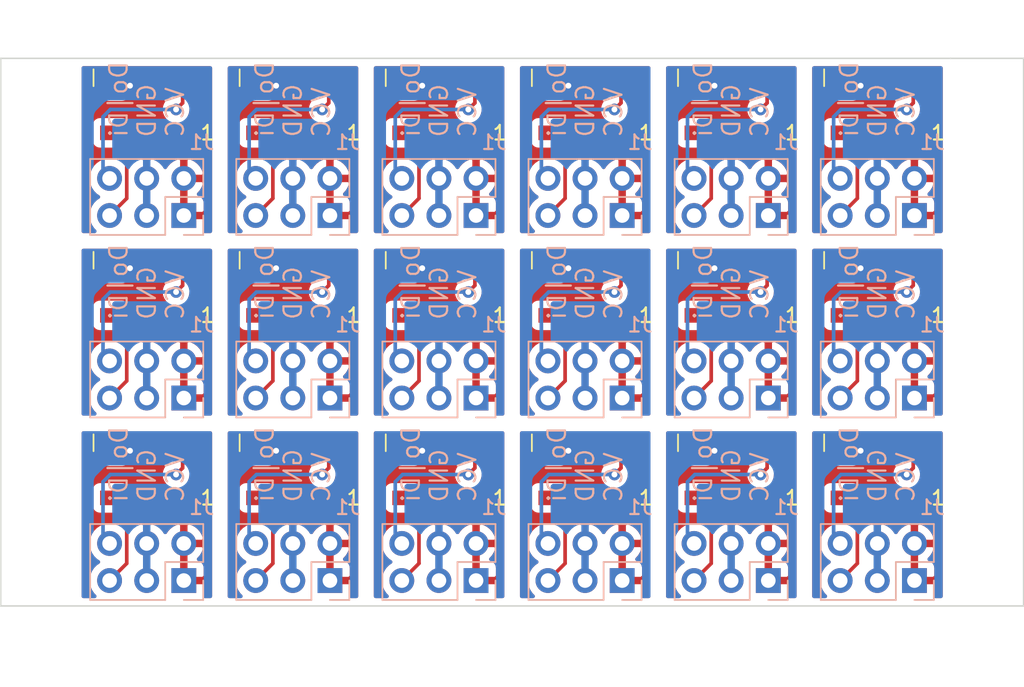
<source format=kicad_pcb>
(kicad_pcb (version 20171130) (host pcbnew 5.1.10-88a1d61d58~90~ubuntu21.04.1)
  (layers (0 F.Cu signal) (31 B.Cu signal) (34 B.Paste user hide) (35 F.Paste user hide) (36 B.SilkS user hide) (37 F.SilkS user) (38 B.Mask user hide) (39 F.Mask user hide) (44 Edge.Cuts user))
  (net 0 "")
  (net 1 Board_1-/Din)
  (net 2 Board_1-/Dout)
  (net 3 Board_1-GND)
  (net 4 Board_1-VCC)
  (net 5 Board_2-/Din)
  (net 6 Board_2-/Dout)
  (net 7 Board_2-GND)
  (net 8 Board_2-VCC)
  (net 9 Board_3-/Din)
  (net 10 Board_3-/Dout)
  (net 11 Board_3-GND)
  (net 12 Board_3-VCC)
  (net 13 Board_4-/Din)
  (net 14 Board_4-/Dout)
  (net 15 Board_4-GND)
  (net 16 Board_4-VCC)
  (net 17 Board_5-/Din)
  (net 18 Board_5-/Dout)
  (net 19 Board_5-GND)
  (net 20 Board_5-VCC)
  (net 21 Board_6-/Din)
  (net 22 Board_6-/Dout)
  (net 23 Board_6-GND)
  (net 24 Board_6-VCC)
  (net 25 Board_7-/Din)
  (net 26 Board_7-/Dout)
  (net 27 Board_7-GND)
  (net 28 Board_7-VCC)
  (net 29 Board_8-/Din)
  (net 30 Board_8-/Dout)
  (net 31 Board_8-GND)
  (net 32 Board_8-VCC)
  (net 33 Board_9-/Din)
  (net 34 Board_9-/Dout)
  (net 35 Board_9-GND)
  (net 36 Board_9-VCC)
  (net 37 Board_10-/Din)
  (net 38 Board_10-/Dout)
  (net 39 Board_10-GND)
  (net 40 Board_10-VCC)
  (net 41 Board_11-/Din)
  (net 42 Board_11-/Dout)
  (net 43 Board_11-GND)
  (net 44 Board_11-VCC)
  (net 45 Board_12-/Din)
  (net 46 Board_12-/Dout)
  (net 47 Board_12-GND)
  (net 48 Board_12-VCC)
  (net 49 Board_13-/Din)
  (net 50 Board_13-/Dout)
  (net 51 Board_13-GND)
  (net 52 Board_13-VCC)
  (net 53 Board_14-/Din)
  (net 54 Board_14-/Dout)
  (net 55 Board_14-GND)
  (net 56 Board_14-VCC)
  (net 57 Board_15-/Din)
  (net 58 Board_15-/Dout)
  (net 59 Board_15-GND)
  (net 60 Board_15-VCC)
  (net 61 Board_16-/Din)
  (net 62 Board_16-/Dout)
  (net 63 Board_16-GND)
  (net 64 Board_16-VCC)
  (net 65 Board_17-/Din)
  (net 66 Board_17-/Dout)
  (net 67 Board_17-GND)
  (net 68 Board_17-VCC)
  (net 69 Board_18-/Din)
  (net 70 Board_18-/Dout)
  (net 71 Board_18-GND)
  (net 72 Board_18-VCC)
  (module Connector_PinHeader_2.54mm:PinHeader_2x03_P2.54mm_Vertical (layer B.Cu) (at 107.529026 85.761011 90)
    (fp_text reference J1 (at 5.011 1.221 180) (layer B.SilkS) (effects (justify mirror)))
    (fp_text value Conn_02x03_Odd_Even)
    (pad 1 thru_hole rect (at 0 0 90) (size 1.7 1.7) (drill 1) (layers *.Cu *.Mask) (net 72 Board_18-VCC))
    (pad 2 thru_hole oval (at 2.54 0 90) (size 1.7 1.7) (drill 1) (layers *.Cu *.Mask) (net 72 Board_18-VCC))
    (pad 3 thru_hole oval (at 0 -2.54 90) (size 1.7 1.7) (drill 1) (layers *.Cu *.Mask) (net 71 Board_18-GND))
    (pad 4 thru_hole oval (at 2.54 -2.54 90) (size 1.7 1.7) (drill 1) (layers *.Cu *.Mask) (net 71 Board_18-GND))
    (pad 5 thru_hole oval (at 0 -5.08 90) (size 1.7 1.7) (drill 1) (layers *.Cu *.Mask) (net 69 Board_18-/Din))
    (pad 6 thru_hole oval (at 2.54 -5.08 90) (size 1.7 1.7) (drill 1) (layers *.Cu *.Mask) (net 70 Board_18-/Dout))
  )
  (module IndicatorLeds:LED_WS2812B_PLCC4_5.0x5.0mm_P3.2mm (layer F.Cu) (at 105.000026 78.500011 180)
    (fp_text reference D1 hide)
    (fp_text value WS2812B)
    (fp_text user 1 (at -4.15 -1.6) (layer F.SilkS))
    (pad 1 smd rect (at -2.45 -1.6 180) (size 1.5 1) (layers F.Cu F.Paste F.Mask) (net 72 Board_18-VCC))
    (pad 2 smd rect (at -2.45 1.6 180) (size 1.5 1) (layers F.Cu F.Paste F.Mask) (net 70 Board_18-/Dout))
    (pad 4 smd rect (at 2.45 -1.6 180) (size 1.5 1) (layers F.Cu F.Paste F.Mask) (net 69 Board_18-/Din))
    (pad 3 smd rect (at 2.45 1.6 180) (size 1.5 1) (layers F.Cu F.Paste F.Mask) (net 71 Board_18-GND))
  )
  (module Connector_PinHeader_2.54mm:PinHeader_2x03_P2.54mm_Vertical (layer B.Cu) (at 97.529021 85.761011 90)
    (fp_text reference J1 (at 5.011 1.221 180) (layer B.SilkS) (effects (justify mirror)))
    (fp_text value Conn_02x03_Odd_Even)
    (pad 1 thru_hole rect (at 0 0 90) (size 1.7 1.7) (drill 1) (layers *.Cu *.Mask) (net 68 Board_17-VCC))
    (pad 2 thru_hole oval (at 2.54 0 90) (size 1.7 1.7) (drill 1) (layers *.Cu *.Mask) (net 68 Board_17-VCC))
    (pad 3 thru_hole oval (at 0 -2.54 90) (size 1.7 1.7) (drill 1) (layers *.Cu *.Mask) (net 67 Board_17-GND))
    (pad 4 thru_hole oval (at 2.54 -2.54 90) (size 1.7 1.7) (drill 1) (layers *.Cu *.Mask) (net 67 Board_17-GND))
    (pad 5 thru_hole oval (at 0 -5.08 90) (size 1.7 1.7) (drill 1) (layers *.Cu *.Mask) (net 65 Board_17-/Din))
    (pad 6 thru_hole oval (at 2.54 -5.08 90) (size 1.7 1.7) (drill 1) (layers *.Cu *.Mask) (net 66 Board_17-/Dout))
  )
  (module IndicatorLeds:LED_WS2812B_PLCC4_5.0x5.0mm_P3.2mm (layer F.Cu) (at 95.000021 78.500011 180)
    (fp_text reference D1 hide)
    (fp_text value WS2812B)
    (fp_text user 1 (at -4.15 -1.6) (layer F.SilkS))
    (pad 1 smd rect (at -2.45 -1.6 180) (size 1.5 1) (layers F.Cu F.Paste F.Mask) (net 68 Board_17-VCC))
    (pad 2 smd rect (at -2.45 1.6 180) (size 1.5 1) (layers F.Cu F.Paste F.Mask) (net 66 Board_17-/Dout))
    (pad 4 smd rect (at 2.45 -1.6 180) (size 1.5 1) (layers F.Cu F.Paste F.Mask) (net 65 Board_17-/Din))
    (pad 3 smd rect (at 2.45 1.6 180) (size 1.5 1) (layers F.Cu F.Paste F.Mask) (net 67 Board_17-GND))
  )
  (module Connector_PinHeader_2.54mm:PinHeader_2x03_P2.54mm_Vertical (layer B.Cu) (at 87.529016 85.761011 90)
    (fp_text reference J1 (at 5.011 1.221 180) (layer B.SilkS) (effects (justify mirror)))
    (fp_text value Conn_02x03_Odd_Even)
    (pad 1 thru_hole rect (at 0 0 90) (size 1.7 1.7) (drill 1) (layers *.Cu *.Mask) (net 64 Board_16-VCC))
    (pad 2 thru_hole oval (at 2.54 0 90) (size 1.7 1.7) (drill 1) (layers *.Cu *.Mask) (net 64 Board_16-VCC))
    (pad 3 thru_hole oval (at 0 -2.54 90) (size 1.7 1.7) (drill 1) (layers *.Cu *.Mask) (net 63 Board_16-GND))
    (pad 4 thru_hole oval (at 2.54 -2.54 90) (size 1.7 1.7) (drill 1) (layers *.Cu *.Mask) (net 63 Board_16-GND))
    (pad 5 thru_hole oval (at 0 -5.08 90) (size 1.7 1.7) (drill 1) (layers *.Cu *.Mask) (net 61 Board_16-/Din))
    (pad 6 thru_hole oval (at 2.54 -5.08 90) (size 1.7 1.7) (drill 1) (layers *.Cu *.Mask) (net 62 Board_16-/Dout))
  )
  (module IndicatorLeds:LED_WS2812B_PLCC4_5.0x5.0mm_P3.2mm (layer F.Cu) (at 85.000016 78.500011 180)
    (fp_text reference D1 hide)
    (fp_text value WS2812B)
    (fp_text user 1 (at -4.15 -1.6) (layer F.SilkS))
    (pad 1 smd rect (at -2.45 -1.6 180) (size 1.5 1) (layers F.Cu F.Paste F.Mask) (net 64 Board_16-VCC))
    (pad 2 smd rect (at -2.45 1.6 180) (size 1.5 1) (layers F.Cu F.Paste F.Mask) (net 62 Board_16-/Dout))
    (pad 4 smd rect (at 2.45 -1.6 180) (size 1.5 1) (layers F.Cu F.Paste F.Mask) (net 61 Board_16-/Din))
    (pad 3 smd rect (at 2.45 1.6 180) (size 1.5 1) (layers F.Cu F.Paste F.Mask) (net 63 Board_16-GND))
  )
  (module Connector_PinHeader_2.54mm:PinHeader_2x03_P2.54mm_Vertical (layer B.Cu) (at 77.529011 85.761011 90)
    (fp_text reference J1 (at 5.011 1.221 180) (layer B.SilkS) (effects (justify mirror)))
    (fp_text value Conn_02x03_Odd_Even)
    (pad 1 thru_hole rect (at 0 0 90) (size 1.7 1.7) (drill 1) (layers *.Cu *.Mask) (net 60 Board_15-VCC))
    (pad 2 thru_hole oval (at 2.54 0 90) (size 1.7 1.7) (drill 1) (layers *.Cu *.Mask) (net 60 Board_15-VCC))
    (pad 3 thru_hole oval (at 0 -2.54 90) (size 1.7 1.7) (drill 1) (layers *.Cu *.Mask) (net 59 Board_15-GND))
    (pad 4 thru_hole oval (at 2.54 -2.54 90) (size 1.7 1.7) (drill 1) (layers *.Cu *.Mask) (net 59 Board_15-GND))
    (pad 5 thru_hole oval (at 0 -5.08 90) (size 1.7 1.7) (drill 1) (layers *.Cu *.Mask) (net 57 Board_15-/Din))
    (pad 6 thru_hole oval (at 2.54 -5.08 90) (size 1.7 1.7) (drill 1) (layers *.Cu *.Mask) (net 58 Board_15-/Dout))
  )
  (module IndicatorLeds:LED_WS2812B_PLCC4_5.0x5.0mm_P3.2mm (layer F.Cu) (at 75.000011 78.500011 180)
    (fp_text reference D1 hide)
    (fp_text value WS2812B)
    (fp_text user 1 (at -4.15 -1.6) (layer F.SilkS))
    (pad 1 smd rect (at -2.45 -1.6 180) (size 1.5 1) (layers F.Cu F.Paste F.Mask) (net 60 Board_15-VCC))
    (pad 2 smd rect (at -2.45 1.6 180) (size 1.5 1) (layers F.Cu F.Paste F.Mask) (net 58 Board_15-/Dout))
    (pad 4 smd rect (at 2.45 -1.6 180) (size 1.5 1) (layers F.Cu F.Paste F.Mask) (net 57 Board_15-/Din))
    (pad 3 smd rect (at 2.45 1.6 180) (size 1.5 1) (layers F.Cu F.Paste F.Mask) (net 59 Board_15-GND))
  )
  (module Connector_PinHeader_2.54mm:PinHeader_2x03_P2.54mm_Vertical (layer B.Cu) (at 67.529006 85.761011 90)
    (fp_text reference J1 (at 5.011 1.221 180) (layer B.SilkS) (effects (justify mirror)))
    (fp_text value Conn_02x03_Odd_Even)
    (pad 1 thru_hole rect (at 0 0 90) (size 1.7 1.7) (drill 1) (layers *.Cu *.Mask) (net 56 Board_14-VCC))
    (pad 2 thru_hole oval (at 2.54 0 90) (size 1.7 1.7) (drill 1) (layers *.Cu *.Mask) (net 56 Board_14-VCC))
    (pad 3 thru_hole oval (at 0 -2.54 90) (size 1.7 1.7) (drill 1) (layers *.Cu *.Mask) (net 55 Board_14-GND))
    (pad 4 thru_hole oval (at 2.54 -2.54 90) (size 1.7 1.7) (drill 1) (layers *.Cu *.Mask) (net 55 Board_14-GND))
    (pad 5 thru_hole oval (at 0 -5.08 90) (size 1.7 1.7) (drill 1) (layers *.Cu *.Mask) (net 53 Board_14-/Din))
    (pad 6 thru_hole oval (at 2.54 -5.08 90) (size 1.7 1.7) (drill 1) (layers *.Cu *.Mask) (net 54 Board_14-/Dout))
  )
  (module IndicatorLeds:LED_WS2812B_PLCC4_5.0x5.0mm_P3.2mm (layer F.Cu) (at 65.000006 78.500011 180)
    (fp_text reference D1 hide)
    (fp_text value WS2812B)
    (fp_text user 1 (at -4.15 -1.6) (layer F.SilkS))
    (pad 1 smd rect (at -2.45 -1.6 180) (size 1.5 1) (layers F.Cu F.Paste F.Mask) (net 56 Board_14-VCC))
    (pad 2 smd rect (at -2.45 1.6 180) (size 1.5 1) (layers F.Cu F.Paste F.Mask) (net 54 Board_14-/Dout))
    (pad 4 smd rect (at 2.45 -1.6 180) (size 1.5 1) (layers F.Cu F.Paste F.Mask) (net 53 Board_14-/Din))
    (pad 3 smd rect (at 2.45 1.6 180) (size 1.5 1) (layers F.Cu F.Paste F.Mask) (net 55 Board_14-GND))
  )
  (module Connector_PinHeader_2.54mm:PinHeader_2x03_P2.54mm_Vertical (layer B.Cu) (at 57.529001 85.761011 90)
    (fp_text reference J1 (at 5.011 1.221 180) (layer B.SilkS) (effects (justify mirror)))
    (fp_text value Conn_02x03_Odd_Even)
    (pad 1 thru_hole rect (at 0 0 90) (size 1.7 1.7) (drill 1) (layers *.Cu *.Mask) (net 52 Board_13-VCC))
    (pad 2 thru_hole oval (at 2.54 0 90) (size 1.7 1.7) (drill 1) (layers *.Cu *.Mask) (net 52 Board_13-VCC))
    (pad 3 thru_hole oval (at 0 -2.54 90) (size 1.7 1.7) (drill 1) (layers *.Cu *.Mask) (net 51 Board_13-GND))
    (pad 4 thru_hole oval (at 2.54 -2.54 90) (size 1.7 1.7) (drill 1) (layers *.Cu *.Mask) (net 51 Board_13-GND))
    (pad 5 thru_hole oval (at 0 -5.08 90) (size 1.7 1.7) (drill 1) (layers *.Cu *.Mask) (net 49 Board_13-/Din))
    (pad 6 thru_hole oval (at 2.54 -5.08 90) (size 1.7 1.7) (drill 1) (layers *.Cu *.Mask) (net 50 Board_13-/Dout))
  )
  (module IndicatorLeds:LED_WS2812B_PLCC4_5.0x5.0mm_P3.2mm (layer F.Cu) (at 55.000001 78.500011 180)
    (fp_text reference D1 hide)
    (fp_text value WS2812B)
    (fp_text user 1 (at -4.15 -1.6) (layer F.SilkS))
    (pad 1 smd rect (at -2.45 -1.6 180) (size 1.5 1) (layers F.Cu F.Paste F.Mask) (net 52 Board_13-VCC))
    (pad 2 smd rect (at -2.45 1.6 180) (size 1.5 1) (layers F.Cu F.Paste F.Mask) (net 50 Board_13-/Dout))
    (pad 4 smd rect (at 2.45 -1.6 180) (size 1.5 1) (layers F.Cu F.Paste F.Mask) (net 49 Board_13-/Din))
    (pad 3 smd rect (at 2.45 1.6 180) (size 1.5 1) (layers F.Cu F.Paste F.Mask) (net 51 Board_13-GND))
  )
  (module Connector_PinHeader_2.54mm:PinHeader_2x03_P2.54mm_Vertical (layer B.Cu) (at 107.529026 73.261006 90)
    (fp_text reference J1 (at 5.011 1.221 180) (layer B.SilkS) (effects (justify mirror)))
    (fp_text value Conn_02x03_Odd_Even)
    (pad 1 thru_hole rect (at 0 0 90) (size 1.7 1.7) (drill 1) (layers *.Cu *.Mask) (net 48 Board_12-VCC))
    (pad 2 thru_hole oval (at 2.54 0 90) (size 1.7 1.7) (drill 1) (layers *.Cu *.Mask) (net 48 Board_12-VCC))
    (pad 3 thru_hole oval (at 0 -2.54 90) (size 1.7 1.7) (drill 1) (layers *.Cu *.Mask) (net 47 Board_12-GND))
    (pad 4 thru_hole oval (at 2.54 -2.54 90) (size 1.7 1.7) (drill 1) (layers *.Cu *.Mask) (net 47 Board_12-GND))
    (pad 5 thru_hole oval (at 0 -5.08 90) (size 1.7 1.7) (drill 1) (layers *.Cu *.Mask) (net 45 Board_12-/Din))
    (pad 6 thru_hole oval (at 2.54 -5.08 90) (size 1.7 1.7) (drill 1) (layers *.Cu *.Mask) (net 46 Board_12-/Dout))
  )
  (module IndicatorLeds:LED_WS2812B_PLCC4_5.0x5.0mm_P3.2mm (layer F.Cu) (at 105.000026 66.000006 180)
    (fp_text reference D1 hide)
    (fp_text value WS2812B)
    (fp_text user 1 (at -4.15 -1.6) (layer F.SilkS))
    (pad 1 smd rect (at -2.45 -1.6 180) (size 1.5 1) (layers F.Cu F.Paste F.Mask) (net 48 Board_12-VCC))
    (pad 2 smd rect (at -2.45 1.6 180) (size 1.5 1) (layers F.Cu F.Paste F.Mask) (net 46 Board_12-/Dout))
    (pad 4 smd rect (at 2.45 -1.6 180) (size 1.5 1) (layers F.Cu F.Paste F.Mask) (net 45 Board_12-/Din))
    (pad 3 smd rect (at 2.45 1.6 180) (size 1.5 1) (layers F.Cu F.Paste F.Mask) (net 47 Board_12-GND))
  )
  (module Connector_PinHeader_2.54mm:PinHeader_2x03_P2.54mm_Vertical (layer B.Cu) (at 97.529021 73.261006 90)
    (fp_text reference J1 (at 5.011 1.221 180) (layer B.SilkS) (effects (justify mirror)))
    (fp_text value Conn_02x03_Odd_Even)
    (pad 1 thru_hole rect (at 0 0 90) (size 1.7 1.7) (drill 1) (layers *.Cu *.Mask) (net 44 Board_11-VCC))
    (pad 2 thru_hole oval (at 2.54 0 90) (size 1.7 1.7) (drill 1) (layers *.Cu *.Mask) (net 44 Board_11-VCC))
    (pad 3 thru_hole oval (at 0 -2.54 90) (size 1.7 1.7) (drill 1) (layers *.Cu *.Mask) (net 43 Board_11-GND))
    (pad 4 thru_hole oval (at 2.54 -2.54 90) (size 1.7 1.7) (drill 1) (layers *.Cu *.Mask) (net 43 Board_11-GND))
    (pad 5 thru_hole oval (at 0 -5.08 90) (size 1.7 1.7) (drill 1) (layers *.Cu *.Mask) (net 41 Board_11-/Din))
    (pad 6 thru_hole oval (at 2.54 -5.08 90) (size 1.7 1.7) (drill 1) (layers *.Cu *.Mask) (net 42 Board_11-/Dout))
  )
  (module IndicatorLeds:LED_WS2812B_PLCC4_5.0x5.0mm_P3.2mm (layer F.Cu) (at 95.000021 66.000006 180)
    (fp_text reference D1 hide)
    (fp_text value WS2812B)
    (fp_text user 1 (at -4.15 -1.6) (layer F.SilkS))
    (pad 1 smd rect (at -2.45 -1.6 180) (size 1.5 1) (layers F.Cu F.Paste F.Mask) (net 44 Board_11-VCC))
    (pad 2 smd rect (at -2.45 1.6 180) (size 1.5 1) (layers F.Cu F.Paste F.Mask) (net 42 Board_11-/Dout))
    (pad 4 smd rect (at 2.45 -1.6 180) (size 1.5 1) (layers F.Cu F.Paste F.Mask) (net 41 Board_11-/Din))
    (pad 3 smd rect (at 2.45 1.6 180) (size 1.5 1) (layers F.Cu F.Paste F.Mask) (net 43 Board_11-GND))
  )
  (module Connector_PinHeader_2.54mm:PinHeader_2x03_P2.54mm_Vertical (layer B.Cu) (at 87.529016 73.261006 90)
    (fp_text reference J1 (at 5.011 1.221 180) (layer B.SilkS) (effects (justify mirror)))
    (fp_text value Conn_02x03_Odd_Even)
    (pad 1 thru_hole rect (at 0 0 90) (size 1.7 1.7) (drill 1) (layers *.Cu *.Mask) (net 40 Board_10-VCC))
    (pad 2 thru_hole oval (at 2.54 0 90) (size 1.7 1.7) (drill 1) (layers *.Cu *.Mask) (net 40 Board_10-VCC))
    (pad 3 thru_hole oval (at 0 -2.54 90) (size 1.7 1.7) (drill 1) (layers *.Cu *.Mask) (net 39 Board_10-GND))
    (pad 4 thru_hole oval (at 2.54 -2.54 90) (size 1.7 1.7) (drill 1) (layers *.Cu *.Mask) (net 39 Board_10-GND))
    (pad 5 thru_hole oval (at 0 -5.08 90) (size 1.7 1.7) (drill 1) (layers *.Cu *.Mask) (net 37 Board_10-/Din))
    (pad 6 thru_hole oval (at 2.54 -5.08 90) (size 1.7 1.7) (drill 1) (layers *.Cu *.Mask) (net 38 Board_10-/Dout))
  )
  (module IndicatorLeds:LED_WS2812B_PLCC4_5.0x5.0mm_P3.2mm (layer F.Cu) (at 85.000016 66.000006 180)
    (fp_text reference D1 hide)
    (fp_text value WS2812B)
    (fp_text user 1 (at -4.15 -1.6) (layer F.SilkS))
    (pad 1 smd rect (at -2.45 -1.6 180) (size 1.5 1) (layers F.Cu F.Paste F.Mask) (net 40 Board_10-VCC))
    (pad 2 smd rect (at -2.45 1.6 180) (size 1.5 1) (layers F.Cu F.Paste F.Mask) (net 38 Board_10-/Dout))
    (pad 4 smd rect (at 2.45 -1.6 180) (size 1.5 1) (layers F.Cu F.Paste F.Mask) (net 37 Board_10-/Din))
    (pad 3 smd rect (at 2.45 1.6 180) (size 1.5 1) (layers F.Cu F.Paste F.Mask) (net 39 Board_10-GND))
  )
  (module Connector_PinHeader_2.54mm:PinHeader_2x03_P2.54mm_Vertical (layer B.Cu) (at 77.529011 73.261006 90)
    (fp_text reference J1 (at 5.011 1.221 180) (layer B.SilkS) (effects (justify mirror)))
    (fp_text value Conn_02x03_Odd_Even)
    (pad 1 thru_hole rect (at 0 0 90) (size 1.7 1.7) (drill 1) (layers *.Cu *.Mask) (net 36 Board_9-VCC))
    (pad 2 thru_hole oval (at 2.54 0 90) (size 1.7 1.7) (drill 1) (layers *.Cu *.Mask) (net 36 Board_9-VCC))
    (pad 3 thru_hole oval (at 0 -2.54 90) (size 1.7 1.7) (drill 1) (layers *.Cu *.Mask) (net 35 Board_9-GND))
    (pad 4 thru_hole oval (at 2.54 -2.54 90) (size 1.7 1.7) (drill 1) (layers *.Cu *.Mask) (net 35 Board_9-GND))
    (pad 5 thru_hole oval (at 0 -5.08 90) (size 1.7 1.7) (drill 1) (layers *.Cu *.Mask) (net 33 Board_9-/Din))
    (pad 6 thru_hole oval (at 2.54 -5.08 90) (size 1.7 1.7) (drill 1) (layers *.Cu *.Mask) (net 34 Board_9-/Dout))
  )
  (module IndicatorLeds:LED_WS2812B_PLCC4_5.0x5.0mm_P3.2mm (layer F.Cu) (at 75.000011 66.000006 180)
    (fp_text reference D1 hide)
    (fp_text value WS2812B)
    (fp_text user 1 (at -4.15 -1.6) (layer F.SilkS))
    (pad 1 smd rect (at -2.45 -1.6 180) (size 1.5 1) (layers F.Cu F.Paste F.Mask) (net 36 Board_9-VCC))
    (pad 2 smd rect (at -2.45 1.6 180) (size 1.5 1) (layers F.Cu F.Paste F.Mask) (net 34 Board_9-/Dout))
    (pad 4 smd rect (at 2.45 -1.6 180) (size 1.5 1) (layers F.Cu F.Paste F.Mask) (net 33 Board_9-/Din))
    (pad 3 smd rect (at 2.45 1.6 180) (size 1.5 1) (layers F.Cu F.Paste F.Mask) (net 35 Board_9-GND))
  )
  (module Connector_PinHeader_2.54mm:PinHeader_2x03_P2.54mm_Vertical (layer B.Cu) (at 67.529006 73.261006 90)
    (fp_text reference J1 (at 5.011 1.221 180) (layer B.SilkS) (effects (justify mirror)))
    (fp_text value Conn_02x03_Odd_Even)
    (pad 1 thru_hole rect (at 0 0 90) (size 1.7 1.7) (drill 1) (layers *.Cu *.Mask) (net 32 Board_8-VCC))
    (pad 2 thru_hole oval (at 2.54 0 90) (size 1.7 1.7) (drill 1) (layers *.Cu *.Mask) (net 32 Board_8-VCC))
    (pad 3 thru_hole oval (at 0 -2.54 90) (size 1.7 1.7) (drill 1) (layers *.Cu *.Mask) (net 31 Board_8-GND))
    (pad 4 thru_hole oval (at 2.54 -2.54 90) (size 1.7 1.7) (drill 1) (layers *.Cu *.Mask) (net 31 Board_8-GND))
    (pad 5 thru_hole oval (at 0 -5.08 90) (size 1.7 1.7) (drill 1) (layers *.Cu *.Mask) (net 29 Board_8-/Din))
    (pad 6 thru_hole oval (at 2.54 -5.08 90) (size 1.7 1.7) (drill 1) (layers *.Cu *.Mask) (net 30 Board_8-/Dout))
  )
  (module IndicatorLeds:LED_WS2812B_PLCC4_5.0x5.0mm_P3.2mm (layer F.Cu) (at 65.000006 66.000006 180)
    (fp_text reference D1 hide)
    (fp_text value WS2812B)
    (fp_text user 1 (at -4.15 -1.6) (layer F.SilkS))
    (pad 1 smd rect (at -2.45 -1.6 180) (size 1.5 1) (layers F.Cu F.Paste F.Mask) (net 32 Board_8-VCC))
    (pad 2 smd rect (at -2.45 1.6 180) (size 1.5 1) (layers F.Cu F.Paste F.Mask) (net 30 Board_8-/Dout))
    (pad 4 smd rect (at 2.45 -1.6 180) (size 1.5 1) (layers F.Cu F.Paste F.Mask) (net 29 Board_8-/Din))
    (pad 3 smd rect (at 2.45 1.6 180) (size 1.5 1) (layers F.Cu F.Paste F.Mask) (net 31 Board_8-GND))
  )
  (module Connector_PinHeader_2.54mm:PinHeader_2x03_P2.54mm_Vertical (layer B.Cu) (at 57.529001 73.261006 90)
    (fp_text reference J1 (at 5.011 1.221 180) (layer B.SilkS) (effects (justify mirror)))
    (fp_text value Conn_02x03_Odd_Even)
    (pad 1 thru_hole rect (at 0 0 90) (size 1.7 1.7) (drill 1) (layers *.Cu *.Mask) (net 28 Board_7-VCC))
    (pad 2 thru_hole oval (at 2.54 0 90) (size 1.7 1.7) (drill 1) (layers *.Cu *.Mask) (net 28 Board_7-VCC))
    (pad 3 thru_hole oval (at 0 -2.54 90) (size 1.7 1.7) (drill 1) (layers *.Cu *.Mask) (net 27 Board_7-GND))
    (pad 4 thru_hole oval (at 2.54 -2.54 90) (size 1.7 1.7) (drill 1) (layers *.Cu *.Mask) (net 27 Board_7-GND))
    (pad 5 thru_hole oval (at 0 -5.08 90) (size 1.7 1.7) (drill 1) (layers *.Cu *.Mask) (net 25 Board_7-/Din))
    (pad 6 thru_hole oval (at 2.54 -5.08 90) (size 1.7 1.7) (drill 1) (layers *.Cu *.Mask) (net 26 Board_7-/Dout))
  )
  (module IndicatorLeds:LED_WS2812B_PLCC4_5.0x5.0mm_P3.2mm (layer F.Cu) (at 55.000001 66.000006 180)
    (fp_text reference D1 hide)
    (fp_text value WS2812B)
    (fp_text user 1 (at -4.15 -1.6) (layer F.SilkS))
    (pad 1 smd rect (at -2.45 -1.6 180) (size 1.5 1) (layers F.Cu F.Paste F.Mask) (net 28 Board_7-VCC))
    (pad 2 smd rect (at -2.45 1.6 180) (size 1.5 1) (layers F.Cu F.Paste F.Mask) (net 26 Board_7-/Dout))
    (pad 4 smd rect (at 2.45 -1.6 180) (size 1.5 1) (layers F.Cu F.Paste F.Mask) (net 25 Board_7-/Din))
    (pad 3 smd rect (at 2.45 1.6 180) (size 1.5 1) (layers F.Cu F.Paste F.Mask) (net 27 Board_7-GND))
  )
  (module Connector_PinHeader_2.54mm:PinHeader_2x03_P2.54mm_Vertical (layer B.Cu) (at 107.529026 60.761001 90)
    (fp_text reference J1 (at 5.011 1.221 180) (layer B.SilkS) (effects (justify mirror)))
    (fp_text value Conn_02x03_Odd_Even)
    (pad 1 thru_hole rect (at 0 0 90) (size 1.7 1.7) (drill 1) (layers *.Cu *.Mask) (net 24 Board_6-VCC))
    (pad 2 thru_hole oval (at 2.54 0 90) (size 1.7 1.7) (drill 1) (layers *.Cu *.Mask) (net 24 Board_6-VCC))
    (pad 3 thru_hole oval (at 0 -2.54 90) (size 1.7 1.7) (drill 1) (layers *.Cu *.Mask) (net 23 Board_6-GND))
    (pad 4 thru_hole oval (at 2.54 -2.54 90) (size 1.7 1.7) (drill 1) (layers *.Cu *.Mask) (net 23 Board_6-GND))
    (pad 5 thru_hole oval (at 0 -5.08 90) (size 1.7 1.7) (drill 1) (layers *.Cu *.Mask) (net 21 Board_6-/Din))
    (pad 6 thru_hole oval (at 2.54 -5.08 90) (size 1.7 1.7) (drill 1) (layers *.Cu *.Mask) (net 22 Board_6-/Dout))
  )
  (module IndicatorLeds:LED_WS2812B_PLCC4_5.0x5.0mm_P3.2mm (layer F.Cu) (at 105.000026 53.500001 180)
    (fp_text reference D1 hide)
    (fp_text value WS2812B)
    (fp_text user 1 (at -4.15 -1.6) (layer F.SilkS))
    (pad 1 smd rect (at -2.45 -1.6 180) (size 1.5 1) (layers F.Cu F.Paste F.Mask) (net 24 Board_6-VCC))
    (pad 2 smd rect (at -2.45 1.6 180) (size 1.5 1) (layers F.Cu F.Paste F.Mask) (net 22 Board_6-/Dout))
    (pad 4 smd rect (at 2.45 -1.6 180) (size 1.5 1) (layers F.Cu F.Paste F.Mask) (net 21 Board_6-/Din))
    (pad 3 smd rect (at 2.45 1.6 180) (size 1.5 1) (layers F.Cu F.Paste F.Mask) (net 23 Board_6-GND))
  )
  (module Connector_PinHeader_2.54mm:PinHeader_2x03_P2.54mm_Vertical (layer B.Cu) (at 97.529021 60.761001 90)
    (fp_text reference J1 (at 5.011 1.221 180) (layer B.SilkS) (effects (justify mirror)))
    (fp_text value Conn_02x03_Odd_Even)
    (pad 1 thru_hole rect (at 0 0 90) (size 1.7 1.7) (drill 1) (layers *.Cu *.Mask) (net 20 Board_5-VCC))
    (pad 2 thru_hole oval (at 2.54 0 90) (size 1.7 1.7) (drill 1) (layers *.Cu *.Mask) (net 20 Board_5-VCC))
    (pad 3 thru_hole oval (at 0 -2.54 90) (size 1.7 1.7) (drill 1) (layers *.Cu *.Mask) (net 19 Board_5-GND))
    (pad 4 thru_hole oval (at 2.54 -2.54 90) (size 1.7 1.7) (drill 1) (layers *.Cu *.Mask) (net 19 Board_5-GND))
    (pad 5 thru_hole oval (at 0 -5.08 90) (size 1.7 1.7) (drill 1) (layers *.Cu *.Mask) (net 17 Board_5-/Din))
    (pad 6 thru_hole oval (at 2.54 -5.08 90) (size 1.7 1.7) (drill 1) (layers *.Cu *.Mask) (net 18 Board_5-/Dout))
  )
  (module IndicatorLeds:LED_WS2812B_PLCC4_5.0x5.0mm_P3.2mm (layer F.Cu) (at 95.000021 53.500001 180)
    (fp_text reference D1 hide)
    (fp_text value WS2812B)
    (fp_text user 1 (at -4.15 -1.6) (layer F.SilkS))
    (pad 1 smd rect (at -2.45 -1.6 180) (size 1.5 1) (layers F.Cu F.Paste F.Mask) (net 20 Board_5-VCC))
    (pad 2 smd rect (at -2.45 1.6 180) (size 1.5 1) (layers F.Cu F.Paste F.Mask) (net 18 Board_5-/Dout))
    (pad 4 smd rect (at 2.45 -1.6 180) (size 1.5 1) (layers F.Cu F.Paste F.Mask) (net 17 Board_5-/Din))
    (pad 3 smd rect (at 2.45 1.6 180) (size 1.5 1) (layers F.Cu F.Paste F.Mask) (net 19 Board_5-GND))
  )
  (module Connector_PinHeader_2.54mm:PinHeader_2x03_P2.54mm_Vertical (layer B.Cu) (at 87.529016 60.761001 90)
    (fp_text reference J1 (at 5.011 1.221 180) (layer B.SilkS) (effects (justify mirror)))
    (fp_text value Conn_02x03_Odd_Even)
    (pad 1 thru_hole rect (at 0 0 90) (size 1.7 1.7) (drill 1) (layers *.Cu *.Mask) (net 16 Board_4-VCC))
    (pad 2 thru_hole oval (at 2.54 0 90) (size 1.7 1.7) (drill 1) (layers *.Cu *.Mask) (net 16 Board_4-VCC))
    (pad 3 thru_hole oval (at 0 -2.54 90) (size 1.7 1.7) (drill 1) (layers *.Cu *.Mask) (net 15 Board_4-GND))
    (pad 4 thru_hole oval (at 2.54 -2.54 90) (size 1.7 1.7) (drill 1) (layers *.Cu *.Mask) (net 15 Board_4-GND))
    (pad 5 thru_hole oval (at 0 -5.08 90) (size 1.7 1.7) (drill 1) (layers *.Cu *.Mask) (net 13 Board_4-/Din))
    (pad 6 thru_hole oval (at 2.54 -5.08 90) (size 1.7 1.7) (drill 1) (layers *.Cu *.Mask) (net 14 Board_4-/Dout))
  )
  (module IndicatorLeds:LED_WS2812B_PLCC4_5.0x5.0mm_P3.2mm (layer F.Cu) (at 85.000016 53.500001 180)
    (fp_text reference D1 hide)
    (fp_text value WS2812B)
    (fp_text user 1 (at -4.15 -1.6) (layer F.SilkS))
    (pad 1 smd rect (at -2.45 -1.6 180) (size 1.5 1) (layers F.Cu F.Paste F.Mask) (net 16 Board_4-VCC))
    (pad 2 smd rect (at -2.45 1.6 180) (size 1.5 1) (layers F.Cu F.Paste F.Mask) (net 14 Board_4-/Dout))
    (pad 4 smd rect (at 2.45 -1.6 180) (size 1.5 1) (layers F.Cu F.Paste F.Mask) (net 13 Board_4-/Din))
    (pad 3 smd rect (at 2.45 1.6 180) (size 1.5 1) (layers F.Cu F.Paste F.Mask) (net 15 Board_4-GND))
  )
  (module Connector_PinHeader_2.54mm:PinHeader_2x03_P2.54mm_Vertical (layer B.Cu) (at 77.529011 60.761001 90)
    (fp_text reference J1 (at 5.011 1.221 180) (layer B.SilkS) (effects (justify mirror)))
    (fp_text value Conn_02x03_Odd_Even)
    (pad 1 thru_hole rect (at 0 0 90) (size 1.7 1.7) (drill 1) (layers *.Cu *.Mask) (net 12 Board_3-VCC))
    (pad 2 thru_hole oval (at 2.54 0 90) (size 1.7 1.7) (drill 1) (layers *.Cu *.Mask) (net 12 Board_3-VCC))
    (pad 3 thru_hole oval (at 0 -2.54 90) (size 1.7 1.7) (drill 1) (layers *.Cu *.Mask) (net 11 Board_3-GND))
    (pad 4 thru_hole oval (at 2.54 -2.54 90) (size 1.7 1.7) (drill 1) (layers *.Cu *.Mask) (net 11 Board_3-GND))
    (pad 5 thru_hole oval (at 0 -5.08 90) (size 1.7 1.7) (drill 1) (layers *.Cu *.Mask) (net 9 Board_3-/Din))
    (pad 6 thru_hole oval (at 2.54 -5.08 90) (size 1.7 1.7) (drill 1) (layers *.Cu *.Mask) (net 10 Board_3-/Dout))
  )
  (module IndicatorLeds:LED_WS2812B_PLCC4_5.0x5.0mm_P3.2mm (layer F.Cu) (at 75.000011 53.500001 180)
    (fp_text reference D1 hide)
    (fp_text value WS2812B)
    (fp_text user 1 (at -4.15 -1.6) (layer F.SilkS))
    (pad 1 smd rect (at -2.45 -1.6 180) (size 1.5 1) (layers F.Cu F.Paste F.Mask) (net 12 Board_3-VCC))
    (pad 2 smd rect (at -2.45 1.6 180) (size 1.5 1) (layers F.Cu F.Paste F.Mask) (net 10 Board_3-/Dout))
    (pad 4 smd rect (at 2.45 -1.6 180) (size 1.5 1) (layers F.Cu F.Paste F.Mask) (net 9 Board_3-/Din))
    (pad 3 smd rect (at 2.45 1.6 180) (size 1.5 1) (layers F.Cu F.Paste F.Mask) (net 11 Board_3-GND))
  )
  (module Connector_PinHeader_2.54mm:PinHeader_2x03_P2.54mm_Vertical (layer B.Cu) (at 67.529006 60.761001 90)
    (fp_text reference J1 (at 5.011 1.221 180) (layer B.SilkS) (effects (justify mirror)))
    (fp_text value Conn_02x03_Odd_Even)
    (pad 1 thru_hole rect (at 0 0 90) (size 1.7 1.7) (drill 1) (layers *.Cu *.Mask) (net 8 Board_2-VCC))
    (pad 2 thru_hole oval (at 2.54 0 90) (size 1.7 1.7) (drill 1) (layers *.Cu *.Mask) (net 8 Board_2-VCC))
    (pad 3 thru_hole oval (at 0 -2.54 90) (size 1.7 1.7) (drill 1) (layers *.Cu *.Mask) (net 7 Board_2-GND))
    (pad 4 thru_hole oval (at 2.54 -2.54 90) (size 1.7 1.7) (drill 1) (layers *.Cu *.Mask) (net 7 Board_2-GND))
    (pad 5 thru_hole oval (at 0 -5.08 90) (size 1.7 1.7) (drill 1) (layers *.Cu *.Mask) (net 5 Board_2-/Din))
    (pad 6 thru_hole oval (at 2.54 -5.08 90) (size 1.7 1.7) (drill 1) (layers *.Cu *.Mask) (net 6 Board_2-/Dout))
  )
  (module IndicatorLeds:LED_WS2812B_PLCC4_5.0x5.0mm_P3.2mm (layer F.Cu) (at 65.000006 53.500001 180)
    (fp_text reference D1 hide)
    (fp_text value WS2812B)
    (fp_text user 1 (at -4.15 -1.6) (layer F.SilkS))
    (pad 1 smd rect (at -2.45 -1.6 180) (size 1.5 1) (layers F.Cu F.Paste F.Mask) (net 8 Board_2-VCC))
    (pad 2 smd rect (at -2.45 1.6 180) (size 1.5 1) (layers F.Cu F.Paste F.Mask) (net 6 Board_2-/Dout))
    (pad 4 smd rect (at 2.45 -1.6 180) (size 1.5 1) (layers F.Cu F.Paste F.Mask) (net 5 Board_2-/Din))
    (pad 3 smd rect (at 2.45 1.6 180) (size 1.5 1) (layers F.Cu F.Paste F.Mask) (net 7 Board_2-GND))
  )
  (module Connector_PinHeader_2.54mm:PinHeader_2x03_P2.54mm_Vertical (layer B.Cu) (at 57.529001 60.761001 90)
    (fp_text reference J1 (at 5.011 1.221 180) (layer B.SilkS) (effects (justify mirror)))
    (fp_text value Conn_02x03_Odd_Even)
    (pad 1 thru_hole rect (at 0 0 90) (size 1.7 1.7) (drill 1) (layers *.Cu *.Mask) (net 4 Board_1-VCC))
    (pad 2 thru_hole oval (at 2.54 0 90) (size 1.7 1.7) (drill 1) (layers *.Cu *.Mask) (net 4 Board_1-VCC))
    (pad 3 thru_hole oval (at 0 -2.54 90) (size 1.7 1.7) (drill 1) (layers *.Cu *.Mask) (net 3 Board_1-GND))
    (pad 4 thru_hole oval (at 2.54 -2.54 90) (size 1.7 1.7) (drill 1) (layers *.Cu *.Mask) (net 3 Board_1-GND))
    (pad 5 thru_hole oval (at 0 -5.08 90) (size 1.7 1.7) (drill 1) (layers *.Cu *.Mask) (net 1 Board_1-/Din))
    (pad 6 thru_hole oval (at 2.54 -5.08 90) (size 1.7 1.7) (drill 1) (layers *.Cu *.Mask) (net 2 Board_1-/Dout))
  )
  (module IndicatorLeds:LED_WS2812B_PLCC4_5.0x5.0mm_P3.2mm (layer F.Cu) (at 55.000001 53.500001 180)
    (fp_text reference D1 hide)
    (fp_text value WS2812B)
    (fp_text user 1 (at -4.15 -1.6) (layer F.SilkS))
    (pad 1 smd rect (at -2.45 -1.6 180) (size 1.5 1) (layers F.Cu F.Paste F.Mask) (net 4 Board_1-VCC))
    (pad 2 smd rect (at -2.45 1.6 180) (size 1.5 1) (layers F.Cu F.Paste F.Mask) (net 2 Board_1-/Dout))
    (pad 4 smd rect (at 2.45 -1.6 180) (size 1.5 1) (layers F.Cu F.Paste F.Mask) (net 1 Board_1-/Din))
    (pad 3 smd rect (at 2.45 1.6 180) (size 1.5 1) (layers F.Cu F.Paste F.Mask) (net 3 Board_1-GND))
  )
  (gr_line (start 45 49.999) (end 110 49.999) (layer Edge.Cuts) (width 0.1))
  (gr_line (start 45 87.501) (end 45 49.999) (layer Edge.Cuts) (width 0.1))
  (gr_line (start 115.001 87.501) (end 45 87.501) (layer Edge.Cuts) (width 0.1))
  (gr_line (start 115.001 49.999) (end 115.001 87.501) (layer Edge.Cuts) (width 0.1))
  (gr_line (start 110 49.999) (end 115.001 49.999) (layer Edge.Cuts) (width 0.1))
  (gr_text "Do|Di\nGND\nVCC" (at 105.000026 80.500011 90) (layer B.SilkS) (effects (font (size 1.2 1.2)) (justify right mirror)))
  (gr_text "Do|Di\nGND\nVCC" (at 95.000021 80.500011 90) (layer B.SilkS) (effects (font (size 1.2 1.2)) (justify right mirror)))
  (gr_text "Do|Di\nGND\nVCC" (at 85.000016 80.500011 90) (layer B.SilkS) (effects (font (size 1.2 1.2)) (justify right mirror)))
  (gr_text "Do|Di\nGND\nVCC" (at 75.000011 80.500011 90) (layer B.SilkS) (effects (font (size 1.2 1.2)) (justify right mirror)))
  (gr_text "Do|Di\nGND\nVCC" (at 65.000006 80.500011 90) (layer B.SilkS) (effects (font (size 1.2 1.2)) (justify right mirror)))
  (gr_text "Do|Di\nGND\nVCC" (at 55.000001 80.500011 90) (layer B.SilkS) (effects (font (size 1.2 1.2)) (justify right mirror)))
  (gr_text "Do|Di\nGND\nVCC" (at 105.000026 68.000006 90) (layer B.SilkS) (effects (font (size 1.2 1.2)) (justify right mirror)))
  (gr_text "Do|Di\nGND\nVCC" (at 95.000021 68.000006 90) (layer B.SilkS) (effects (font (size 1.2 1.2)) (justify right mirror)))
  (gr_text "Do|Di\nGND\nVCC" (at 85.000016 68.000006 90) (layer B.SilkS) (effects (font (size 1.2 1.2)) (justify right mirror)))
  (gr_text "Do|Di\nGND\nVCC" (at 75.000011 68.000006 90) (layer B.SilkS) (effects (font (size 1.2 1.2)) (justify right mirror)))
  (gr_text "Do|Di\nGND\nVCC" (at 65.000006 68.000006 90) (layer B.SilkS) (effects (font (size 1.2 1.2)) (justify right mirror)))
  (gr_text "Do|Di\nGND\nVCC" (at 55.000001 68.000006 90) (layer B.SilkS) (effects (font (size 1.2 1.2)) (justify right mirror)))
  (gr_text "Do|Di\nGND\nVCC" (at 105.000026 55.500001 90) (layer B.SilkS) (effects (font (size 1.2 1.2)) (justify right mirror)))
  (gr_text "Do|Di\nGND\nVCC" (at 95.000021 55.500001 90) (layer B.SilkS) (effects (font (size 1.2 1.2)) (justify right mirror)))
  (gr_text "Do|Di\nGND\nVCC" (at 85.000016 55.500001 90) (layer B.SilkS) (effects (font (size 1.2 1.2)) (justify right mirror)))
  (gr_text "Do|Di\nGND\nVCC" (at 75.000011 55.500001 90) (layer B.SilkS) (effects (font (size 1.2 1.2)) (justify right mirror)))
  (gr_text "Do|Di\nGND\nVCC" (at 65.000006 55.500001 90) (layer B.SilkS) (effects (font (size 1.2 1.2)) (justify right mirror)))
  (gr_text "Do|Di\nGND\nVCC" (at 55.000001 55.500001 90) (layer B.SilkS) (effects (font (size 1.2 1.2)) (justify right mirror)))
  (segment (start 52.550001 55.100001) (end 53.100001 55.100001) (width 0.25) (layer F.Cu) (net 1))
  (segment (start 53.624002 59.586) (end 52.449001 60.761001) (width 0.25) (layer F.Cu) (net 1))
  (segment (start 53.624002 55.624002) (end 53.624002 59.586) (width 0.25) (layer F.Cu) (net 1))
  (segment (start 53.100001 55.100001) (end 53.624002 55.624002) (width 0.25) (layer F.Cu) (net 1))
  (segment (start 52.449001 58.221001) (end 52.000001 57.772001) (width 0.25) (layer B.Cu) (net 2))
  (via (at 57.000001 53.500001) (size 0.8) (drill 0.4) (layers F.Cu B.Cu) (net 2))
  (segment (start 57.450001 53.050001) (end 57.000001 53.500001) (width 0.25) (layer F.Cu) (net 2))
  (segment (start 57.450001 51.900001) (end 57.450001 53.050001) (width 0.25) (layer F.Cu) (net 2))
  (segment (start 52.500001 53.500001) (end 52.000001 54.000001) (width 0.25) (layer B.Cu) (net 2))
  (segment (start 57.000001 53.500001) (end 52.500001 53.500001) (width 0.25) (layer B.Cu) (net 2))
  (segment (start 52.000001 57.772001) (end 52.000001 54.000001) (width 0.25) (layer B.Cu) (net 2))
  (via (at 53.846001 51.871001) (size 0.8) (drill 0.4) (layers F.Cu B.Cu) (net 3))
  (segment (start 53.817001 51.900001) (end 53.846001 51.871001) (width 0.25) (layer F.Cu) (net 3))
  (segment (start 52.550001 51.900001) (end 53.817001 51.900001) (width 0.25) (layer F.Cu) (net 3))
  (segment (start 62.550006 55.100001) (end 63.100006 55.100001) (width 0.25) (layer F.Cu) (net 5))
  (segment (start 63.624007 59.586) (end 62.449006 60.761001) (width 0.25) (layer F.Cu) (net 5))
  (segment (start 63.624007 55.624002) (end 63.624007 59.586) (width 0.25) (layer F.Cu) (net 5))
  (segment (start 63.100006 55.100001) (end 63.624007 55.624002) (width 0.25) (layer F.Cu) (net 5))
  (segment (start 102.550026 80.100011) (end 103.100026 80.100011) (width 0.25) (layer F.Cu) (net 69))
  (segment (start 103.624027 84.58601) (end 102.449026 85.761011) (width 0.25) (layer F.Cu) (net 69))
  (segment (start 103.624027 80.624012) (end 103.624027 84.58601) (width 0.25) (layer F.Cu) (net 69))
  (segment (start 103.100026 80.100011) (end 103.624027 80.624012) (width 0.25) (layer F.Cu) (net 69))
  (segment (start 92.550021 80.100011) (end 93.100021 80.100011) (width 0.25) (layer F.Cu) (net 65))
  (segment (start 93.624022 84.58601) (end 92.449021 85.761011) (width 0.25) (layer F.Cu) (net 65))
  (segment (start 93.624022 80.624012) (end 93.624022 84.58601) (width 0.25) (layer F.Cu) (net 65))
  (segment (start 93.100021 80.100011) (end 93.624022 80.624012) (width 0.25) (layer F.Cu) (net 65))
  (segment (start 82.550016 80.100011) (end 83.100016 80.100011) (width 0.25) (layer F.Cu) (net 61))
  (segment (start 83.624017 84.58601) (end 82.449016 85.761011) (width 0.25) (layer F.Cu) (net 61))
  (segment (start 83.624017 80.624012) (end 83.624017 84.58601) (width 0.25) (layer F.Cu) (net 61))
  (segment (start 83.100016 80.100011) (end 83.624017 80.624012) (width 0.25) (layer F.Cu) (net 61))
  (segment (start 72.550011 80.100011) (end 73.100011 80.100011) (width 0.25) (layer F.Cu) (net 57))
  (segment (start 73.624012 84.58601) (end 72.449011 85.761011) (width 0.25) (layer F.Cu) (net 57))
  (segment (start 73.624012 80.624012) (end 73.624012 84.58601) (width 0.25) (layer F.Cu) (net 57))
  (segment (start 73.100011 80.100011) (end 73.624012 80.624012) (width 0.25) (layer F.Cu) (net 57))
  (segment (start 62.550006 80.100011) (end 63.100006 80.100011) (width 0.25) (layer F.Cu) (net 53))
  (segment (start 63.624007 84.58601) (end 62.449006 85.761011) (width 0.25) (layer F.Cu) (net 53))
  (segment (start 63.624007 80.624012) (end 63.624007 84.58601) (width 0.25) (layer F.Cu) (net 53))
  (segment (start 63.100006 80.100011) (end 63.624007 80.624012) (width 0.25) (layer F.Cu) (net 53))
  (segment (start 52.550001 80.100011) (end 53.100001 80.100011) (width 0.25) (layer F.Cu) (net 49))
  (segment (start 53.624002 84.58601) (end 52.449001 85.761011) (width 0.25) (layer F.Cu) (net 49))
  (segment (start 53.624002 80.624012) (end 53.624002 84.58601) (width 0.25) (layer F.Cu) (net 49))
  (segment (start 53.100001 80.100011) (end 53.624002 80.624012) (width 0.25) (layer F.Cu) (net 49))
  (segment (start 102.550026 67.600006) (end 103.100026 67.600006) (width 0.25) (layer F.Cu) (net 45))
  (segment (start 103.624027 72.086005) (end 102.449026 73.261006) (width 0.25) (layer F.Cu) (net 45))
  (segment (start 103.624027 68.124007) (end 103.624027 72.086005) (width 0.25) (layer F.Cu) (net 45))
  (segment (start 103.100026 67.600006) (end 103.624027 68.124007) (width 0.25) (layer F.Cu) (net 45))
  (segment (start 92.550021 67.600006) (end 93.100021 67.600006) (width 0.25) (layer F.Cu) (net 41))
  (segment (start 93.624022 72.086005) (end 92.449021 73.261006) (width 0.25) (layer F.Cu) (net 41))
  (segment (start 93.624022 68.124007) (end 93.624022 72.086005) (width 0.25) (layer F.Cu) (net 41))
  (segment (start 93.100021 67.600006) (end 93.624022 68.124007) (width 0.25) (layer F.Cu) (net 41))
  (segment (start 82.550016 67.600006) (end 83.100016 67.600006) (width 0.25) (layer F.Cu) (net 37))
  (segment (start 83.624017 72.086005) (end 82.449016 73.261006) (width 0.25) (layer F.Cu) (net 37))
  (segment (start 83.624017 68.124007) (end 83.624017 72.086005) (width 0.25) (layer F.Cu) (net 37))
  (segment (start 83.100016 67.600006) (end 83.624017 68.124007) (width 0.25) (layer F.Cu) (net 37))
  (segment (start 72.550011 67.600006) (end 73.100011 67.600006) (width 0.25) (layer F.Cu) (net 33))
  (segment (start 73.624012 72.086005) (end 72.449011 73.261006) (width 0.25) (layer F.Cu) (net 33))
  (segment (start 73.624012 68.124007) (end 73.624012 72.086005) (width 0.25) (layer F.Cu) (net 33))
  (segment (start 73.100011 67.600006) (end 73.624012 68.124007) (width 0.25) (layer F.Cu) (net 33))
  (segment (start 62.550006 67.600006) (end 63.100006 67.600006) (width 0.25) (layer F.Cu) (net 29))
  (segment (start 63.624007 72.086005) (end 62.449006 73.261006) (width 0.25) (layer F.Cu) (net 29))
  (segment (start 63.624007 68.124007) (end 63.624007 72.086005) (width 0.25) (layer F.Cu) (net 29))
  (segment (start 63.100006 67.600006) (end 63.624007 68.124007) (width 0.25) (layer F.Cu) (net 29))
  (segment (start 52.550001 67.600006) (end 53.100001 67.600006) (width 0.25) (layer F.Cu) (net 25))
  (segment (start 53.624002 72.086005) (end 52.449001 73.261006) (width 0.25) (layer F.Cu) (net 25))
  (segment (start 53.624002 68.124007) (end 53.624002 72.086005) (width 0.25) (layer F.Cu) (net 25))
  (segment (start 53.100001 67.600006) (end 53.624002 68.124007) (width 0.25) (layer F.Cu) (net 25))
  (segment (start 102.550026 55.100001) (end 103.100026 55.100001) (width 0.25) (layer F.Cu) (net 21))
  (segment (start 103.624027 59.586) (end 102.449026 60.761001) (width 0.25) (layer F.Cu) (net 21))
  (segment (start 103.624027 55.624002) (end 103.624027 59.586) (width 0.25) (layer F.Cu) (net 21))
  (segment (start 103.100026 55.100001) (end 103.624027 55.624002) (width 0.25) (layer F.Cu) (net 21))
  (segment (start 92.550021 55.100001) (end 93.100021 55.100001) (width 0.25) (layer F.Cu) (net 17))
  (segment (start 93.624022 59.586) (end 92.449021 60.761001) (width 0.25) (layer F.Cu) (net 17))
  (segment (start 93.624022 55.624002) (end 93.624022 59.586) (width 0.25) (layer F.Cu) (net 17))
  (segment (start 93.100021 55.100001) (end 93.624022 55.624002) (width 0.25) (layer F.Cu) (net 17))
  (segment (start 82.550016 55.100001) (end 83.100016 55.100001) (width 0.25) (layer F.Cu) (net 13))
  (segment (start 83.624017 59.586) (end 82.449016 60.761001) (width 0.25) (layer F.Cu) (net 13))
  (segment (start 83.624017 55.624002) (end 83.624017 59.586) (width 0.25) (layer F.Cu) (net 13))
  (segment (start 83.100016 55.100001) (end 83.624017 55.624002) (width 0.25) (layer F.Cu) (net 13))
  (segment (start 72.550011 55.100001) (end 73.100011 55.100001) (width 0.25) (layer F.Cu) (net 9))
  (segment (start 73.624012 59.586) (end 72.449011 60.761001) (width 0.25) (layer F.Cu) (net 9))
  (segment (start 73.624012 55.624002) (end 73.624012 59.586) (width 0.25) (layer F.Cu) (net 9))
  (segment (start 73.100011 55.100001) (end 73.624012 55.624002) (width 0.25) (layer F.Cu) (net 9))
  (segment (start 62.449006 58.221001) (end 62.000006 57.772001) (width 0.25) (layer B.Cu) (net 6))
  (via (at 67.000006 53.500001) (size 0.8) (drill 0.4) (layers F.Cu B.Cu) (net 6))
  (segment (start 67.450006 53.050001) (end 67.000006 53.500001) (width 0.25) (layer F.Cu) (net 6))
  (segment (start 67.450006 51.900001) (end 67.450006 53.050001) (width 0.25) (layer F.Cu) (net 6))
  (segment (start 62.500006 53.500001) (end 62.000006 54.000001) (width 0.25) (layer B.Cu) (net 6))
  (segment (start 67.000006 53.500001) (end 62.500006 53.500001) (width 0.25) (layer B.Cu) (net 6))
  (segment (start 62.000006 57.772001) (end 62.000006 54.000001) (width 0.25) (layer B.Cu) (net 6))
  (segment (start 102.449026 83.221011) (end 102.000026 82.772011) (width 0.25) (layer B.Cu) (net 70))
  (via (at 107.000026 78.500011) (size 0.8) (drill 0.4) (layers F.Cu B.Cu) (net 70))
  (segment (start 107.450026 78.050011) (end 107.000026 78.500011) (width 0.25) (layer F.Cu) (net 70))
  (segment (start 107.450026 76.900011) (end 107.450026 78.050011) (width 0.25) (layer F.Cu) (net 70))
  (segment (start 102.500026 78.500011) (end 102.000026 79.000011) (width 0.25) (layer B.Cu) (net 70))
  (segment (start 107.000026 78.500011) (end 102.500026 78.500011) (width 0.25) (layer B.Cu) (net 70))
  (segment (start 102.000026 82.772011) (end 102.000026 79.000011) (width 0.25) (layer B.Cu) (net 70))
  (segment (start 92.449021 83.221011) (end 92.000021 82.772011) (width 0.25) (layer B.Cu) (net 66))
  (via (at 97.000021 78.500011) (size 0.8) (drill 0.4) (layers F.Cu B.Cu) (net 66))
  (segment (start 97.450021 78.050011) (end 97.000021 78.500011) (width 0.25) (layer F.Cu) (net 66))
  (segment (start 97.450021 76.900011) (end 97.450021 78.050011) (width 0.25) (layer F.Cu) (net 66))
  (segment (start 92.500021 78.500011) (end 92.000021 79.000011) (width 0.25) (layer B.Cu) (net 66))
  (segment (start 97.000021 78.500011) (end 92.500021 78.500011) (width 0.25) (layer B.Cu) (net 66))
  (segment (start 92.000021 82.772011) (end 92.000021 79.000011) (width 0.25) (layer B.Cu) (net 66))
  (segment (start 82.449016 83.221011) (end 82.000016 82.772011) (width 0.25) (layer B.Cu) (net 62))
  (via (at 87.000016 78.500011) (size 0.8) (drill 0.4) (layers F.Cu B.Cu) (net 62))
  (segment (start 87.450016 78.050011) (end 87.000016 78.500011) (width 0.25) (layer F.Cu) (net 62))
  (segment (start 87.450016 76.900011) (end 87.450016 78.050011) (width 0.25) (layer F.Cu) (net 62))
  (segment (start 82.500016 78.500011) (end 82.000016 79.000011) (width 0.25) (layer B.Cu) (net 62))
  (segment (start 87.000016 78.500011) (end 82.500016 78.500011) (width 0.25) (layer B.Cu) (net 62))
  (segment (start 82.000016 82.772011) (end 82.000016 79.000011) (width 0.25) (layer B.Cu) (net 62))
  (segment (start 72.449011 83.221011) (end 72.000011 82.772011) (width 0.25) (layer B.Cu) (net 58))
  (via (at 77.000011 78.500011) (size 0.8) (drill 0.4) (layers F.Cu B.Cu) (net 58))
  (segment (start 77.450011 78.050011) (end 77.000011 78.500011) (width 0.25) (layer F.Cu) (net 58))
  (segment (start 77.450011 76.900011) (end 77.450011 78.050011) (width 0.25) (layer F.Cu) (net 58))
  (segment (start 72.500011 78.500011) (end 72.000011 79.000011) (width 0.25) (layer B.Cu) (net 58))
  (segment (start 77.000011 78.500011) (end 72.500011 78.500011) (width 0.25) (layer B.Cu) (net 58))
  (segment (start 72.000011 82.772011) (end 72.000011 79.000011) (width 0.25) (layer B.Cu) (net 58))
  (segment (start 62.449006 83.221011) (end 62.000006 82.772011) (width 0.25) (layer B.Cu) (net 54))
  (via (at 67.000006 78.500011) (size 0.8) (drill 0.4) (layers F.Cu B.Cu) (net 54))
  (segment (start 67.450006 78.050011) (end 67.000006 78.500011) (width 0.25) (layer F.Cu) (net 54))
  (segment (start 67.450006 76.900011) (end 67.450006 78.050011) (width 0.25) (layer F.Cu) (net 54))
  (segment (start 62.500006 78.500011) (end 62.000006 79.000011) (width 0.25) (layer B.Cu) (net 54))
  (segment (start 67.000006 78.500011) (end 62.500006 78.500011) (width 0.25) (layer B.Cu) (net 54))
  (segment (start 62.000006 82.772011) (end 62.000006 79.000011) (width 0.25) (layer B.Cu) (net 54))
  (segment (start 52.449001 83.221011) (end 52.000001 82.772011) (width 0.25) (layer B.Cu) (net 50))
  (via (at 57.000001 78.500011) (size 0.8) (drill 0.4) (layers F.Cu B.Cu) (net 50))
  (segment (start 57.450001 78.050011) (end 57.000001 78.500011) (width 0.25) (layer F.Cu) (net 50))
  (segment (start 57.450001 76.900011) (end 57.450001 78.050011) (width 0.25) (layer F.Cu) (net 50))
  (segment (start 52.500001 78.500011) (end 52.000001 79.000011) (width 0.25) (layer B.Cu) (net 50))
  (segment (start 57.000001 78.500011) (end 52.500001 78.500011) (width 0.25) (layer B.Cu) (net 50))
  (segment (start 52.000001 82.772011) (end 52.000001 79.000011) (width 0.25) (layer B.Cu) (net 50))
  (segment (start 102.449026 70.721006) (end 102.000026 70.272006) (width 0.25) (layer B.Cu) (net 46))
  (via (at 107.000026 66.000006) (size 0.8) (drill 0.4) (layers F.Cu B.Cu) (net 46))
  (segment (start 107.450026 65.550006) (end 107.000026 66.000006) (width 0.25) (layer F.Cu) (net 46))
  (segment (start 107.450026 64.400006) (end 107.450026 65.550006) (width 0.25) (layer F.Cu) (net 46))
  (segment (start 102.500026 66.000006) (end 102.000026 66.500006) (width 0.25) (layer B.Cu) (net 46))
  (segment (start 107.000026 66.000006) (end 102.500026 66.000006) (width 0.25) (layer B.Cu) (net 46))
  (segment (start 102.000026 70.272006) (end 102.000026 66.500006) (width 0.25) (layer B.Cu) (net 46))
  (segment (start 92.449021 70.721006) (end 92.000021 70.272006) (width 0.25) (layer B.Cu) (net 42))
  (via (at 97.000021 66.000006) (size 0.8) (drill 0.4) (layers F.Cu B.Cu) (net 42))
  (segment (start 97.450021 65.550006) (end 97.000021 66.000006) (width 0.25) (layer F.Cu) (net 42))
  (segment (start 97.450021 64.400006) (end 97.450021 65.550006) (width 0.25) (layer F.Cu) (net 42))
  (segment (start 92.500021 66.000006) (end 92.000021 66.500006) (width 0.25) (layer B.Cu) (net 42))
  (segment (start 97.000021 66.000006) (end 92.500021 66.000006) (width 0.25) (layer B.Cu) (net 42))
  (segment (start 92.000021 70.272006) (end 92.000021 66.500006) (width 0.25) (layer B.Cu) (net 42))
  (segment (start 82.449016 70.721006) (end 82.000016 70.272006) (width 0.25) (layer B.Cu) (net 38))
  (via (at 87.000016 66.000006) (size 0.8) (drill 0.4) (layers F.Cu B.Cu) (net 38))
  (segment (start 87.450016 65.550006) (end 87.000016 66.000006) (width 0.25) (layer F.Cu) (net 38))
  (segment (start 87.450016 64.400006) (end 87.450016 65.550006) (width 0.25) (layer F.Cu) (net 38))
  (segment (start 82.500016 66.000006) (end 82.000016 66.500006) (width 0.25) (layer B.Cu) (net 38))
  (segment (start 87.000016 66.000006) (end 82.500016 66.000006) (width 0.25) (layer B.Cu) (net 38))
  (segment (start 82.000016 70.272006) (end 82.000016 66.500006) (width 0.25) (layer B.Cu) (net 38))
  (segment (start 72.449011 70.721006) (end 72.000011 70.272006) (width 0.25) (layer B.Cu) (net 34))
  (via (at 77.000011 66.000006) (size 0.8) (drill 0.4) (layers F.Cu B.Cu) (net 34))
  (segment (start 77.450011 65.550006) (end 77.000011 66.000006) (width 0.25) (layer F.Cu) (net 34))
  (segment (start 77.450011 64.400006) (end 77.450011 65.550006) (width 0.25) (layer F.Cu) (net 34))
  (segment (start 72.500011 66.000006) (end 72.000011 66.500006) (width 0.25) (layer B.Cu) (net 34))
  (segment (start 77.000011 66.000006) (end 72.500011 66.000006) (width 0.25) (layer B.Cu) (net 34))
  (segment (start 72.000011 70.272006) (end 72.000011 66.500006) (width 0.25) (layer B.Cu) (net 34))
  (segment (start 62.449006 70.721006) (end 62.000006 70.272006) (width 0.25) (layer B.Cu) (net 30))
  (via (at 67.000006 66.000006) (size 0.8) (drill 0.4) (layers F.Cu B.Cu) (net 30))
  (segment (start 67.450006 65.550006) (end 67.000006 66.000006) (width 0.25) (layer F.Cu) (net 30))
  (segment (start 67.450006 64.400006) (end 67.450006 65.550006) (width 0.25) (layer F.Cu) (net 30))
  (segment (start 62.500006 66.000006) (end 62.000006 66.500006) (width 0.25) (layer B.Cu) (net 30))
  (segment (start 67.000006 66.000006) (end 62.500006 66.000006) (width 0.25) (layer B.Cu) (net 30))
  (segment (start 62.000006 70.272006) (end 62.000006 66.500006) (width 0.25) (layer B.Cu) (net 30))
  (segment (start 52.449001 70.721006) (end 52.000001 70.272006) (width 0.25) (layer B.Cu) (net 26))
  (via (at 57.000001 66.000006) (size 0.8) (drill 0.4) (layers F.Cu B.Cu) (net 26))
  (segment (start 57.450001 65.550006) (end 57.000001 66.000006) (width 0.25) (layer F.Cu) (net 26))
  (segment (start 57.450001 64.400006) (end 57.450001 65.550006) (width 0.25) (layer F.Cu) (net 26))
  (segment (start 52.500001 66.000006) (end 52.000001 66.500006) (width 0.25) (layer B.Cu) (net 26))
  (segment (start 57.000001 66.000006) (end 52.500001 66.000006) (width 0.25) (layer B.Cu) (net 26))
  (segment (start 52.000001 70.272006) (end 52.000001 66.500006) (width 0.25) (layer B.Cu) (net 26))
  (segment (start 102.449026 58.221001) (end 102.000026 57.772001) (width 0.25) (layer B.Cu) (net 22))
  (via (at 107.000026 53.500001) (size 0.8) (drill 0.4) (layers F.Cu B.Cu) (net 22))
  (segment (start 107.450026 53.050001) (end 107.000026 53.500001) (width 0.25) (layer F.Cu) (net 22))
  (segment (start 107.450026 51.900001) (end 107.450026 53.050001) (width 0.25) (layer F.Cu) (net 22))
  (segment (start 102.500026 53.500001) (end 102.000026 54.000001) (width 0.25) (layer B.Cu) (net 22))
  (segment (start 107.000026 53.500001) (end 102.500026 53.500001) (width 0.25) (layer B.Cu) (net 22))
  (segment (start 102.000026 57.772001) (end 102.000026 54.000001) (width 0.25) (layer B.Cu) (net 22))
  (segment (start 92.449021 58.221001) (end 92.000021 57.772001) (width 0.25) (layer B.Cu) (net 18))
  (via (at 97.000021 53.500001) (size 0.8) (drill 0.4) (layers F.Cu B.Cu) (net 18))
  (segment (start 97.450021 53.050001) (end 97.000021 53.500001) (width 0.25) (layer F.Cu) (net 18))
  (segment (start 97.450021 51.900001) (end 97.450021 53.050001) (width 0.25) (layer F.Cu) (net 18))
  (segment (start 92.500021 53.500001) (end 92.000021 54.000001) (width 0.25) (layer B.Cu) (net 18))
  (segment (start 97.000021 53.500001) (end 92.500021 53.500001) (width 0.25) (layer B.Cu) (net 18))
  (segment (start 92.000021 57.772001) (end 92.000021 54.000001) (width 0.25) (layer B.Cu) (net 18))
  (segment (start 82.449016 58.221001) (end 82.000016 57.772001) (width 0.25) (layer B.Cu) (net 14))
  (via (at 87.000016 53.500001) (size 0.8) (drill 0.4) (layers F.Cu B.Cu) (net 14))
  (segment (start 87.450016 53.050001) (end 87.000016 53.500001) (width 0.25) (layer F.Cu) (net 14))
  (segment (start 87.450016 51.900001) (end 87.450016 53.050001) (width 0.25) (layer F.Cu) (net 14))
  (segment (start 82.500016 53.500001) (end 82.000016 54.000001) (width 0.25) (layer B.Cu) (net 14))
  (segment (start 87.000016 53.500001) (end 82.500016 53.500001) (width 0.25) (layer B.Cu) (net 14))
  (segment (start 82.000016 57.772001) (end 82.000016 54.000001) (width 0.25) (layer B.Cu) (net 14))
  (segment (start 72.449011 58.221001) (end 72.000011 57.772001) (width 0.25) (layer B.Cu) (net 10))
  (via (at 77.000011 53.500001) (size 0.8) (drill 0.4) (layers F.Cu B.Cu) (net 10))
  (segment (start 77.450011 53.050001) (end 77.000011 53.500001) (width 0.25) (layer F.Cu) (net 10))
  (segment (start 77.450011 51.900001) (end 77.450011 53.050001) (width 0.25) (layer F.Cu) (net 10))
  (segment (start 72.500011 53.500001) (end 72.000011 54.000001) (width 0.25) (layer B.Cu) (net 10))
  (segment (start 77.000011 53.500001) (end 72.500011 53.500001) (width 0.25) (layer B.Cu) (net 10))
  (segment (start 72.000011 57.772001) (end 72.000011 54.000001) (width 0.25) (layer B.Cu) (net 10))
  (via (at 63.846006 51.871001) (size 0.8) (drill 0.4) (layers F.Cu B.Cu) (net 7))
  (segment (start 63.817006 51.900001) (end 63.846006 51.871001) (width 0.25) (layer F.Cu) (net 7))
  (segment (start 62.550006 51.900001) (end 63.817006 51.900001) (width 0.25) (layer F.Cu) (net 7))
  (via (at 103.846026 76.871011) (size 0.8) (drill 0.4) (layers F.Cu B.Cu) (net 71))
  (segment (start 103.817026 76.900011) (end 103.846026 76.871011) (width 0.25) (layer F.Cu) (net 71))
  (segment (start 102.550026 76.900011) (end 103.817026 76.900011) (width 0.25) (layer F.Cu) (net 71))
  (via (at 93.846021 76.871011) (size 0.8) (drill 0.4) (layers F.Cu B.Cu) (net 67))
  (segment (start 93.817021 76.900011) (end 93.846021 76.871011) (width 0.25) (layer F.Cu) (net 67))
  (segment (start 92.550021 76.900011) (end 93.817021 76.900011) (width 0.25) (layer F.Cu) (net 67))
  (via (at 83.846016 76.871011) (size 0.8) (drill 0.4) (layers F.Cu B.Cu) (net 63))
  (segment (start 83.817016 76.900011) (end 83.846016 76.871011) (width 0.25) (layer F.Cu) (net 63))
  (segment (start 82.550016 76.900011) (end 83.817016 76.900011) (width 0.25) (layer F.Cu) (net 63))
  (via (at 73.846011 76.871011) (size 0.8) (drill 0.4) (layers F.Cu B.Cu) (net 59))
  (segment (start 73.817011 76.900011) (end 73.846011 76.871011) (width 0.25) (layer F.Cu) (net 59))
  (segment (start 72.550011 76.900011) (end 73.817011 76.900011) (width 0.25) (layer F.Cu) (net 59))
  (via (at 63.846006 76.871011) (size 0.8) (drill 0.4) (layers F.Cu B.Cu) (net 55))
  (segment (start 63.817006 76.900011) (end 63.846006 76.871011) (width 0.25) (layer F.Cu) (net 55))
  (segment (start 62.550006 76.900011) (end 63.817006 76.900011) (width 0.25) (layer F.Cu) (net 55))
  (via (at 53.846001 76.871011) (size 0.8) (drill 0.4) (layers F.Cu B.Cu) (net 51))
  (segment (start 53.817001 76.900011) (end 53.846001 76.871011) (width 0.25) (layer F.Cu) (net 51))
  (segment (start 52.550001 76.900011) (end 53.817001 76.900011) (width 0.25) (layer F.Cu) (net 51))
  (via (at 103.846026 64.371006) (size 0.8) (drill 0.4) (layers F.Cu B.Cu) (net 47))
  (segment (start 103.817026 64.400006) (end 103.846026 64.371006) (width 0.25) (layer F.Cu) (net 47))
  (segment (start 102.550026 64.400006) (end 103.817026 64.400006) (width 0.25) (layer F.Cu) (net 47))
  (via (at 93.846021 64.371006) (size 0.8) (drill 0.4) (layers F.Cu B.Cu) (net 43))
  (segment (start 93.817021 64.400006) (end 93.846021 64.371006) (width 0.25) (layer F.Cu) (net 43))
  (segment (start 92.550021 64.400006) (end 93.817021 64.400006) (width 0.25) (layer F.Cu) (net 43))
  (via (at 83.846016 64.371006) (size 0.8) (drill 0.4) (layers F.Cu B.Cu) (net 39))
  (segment (start 83.817016 64.400006) (end 83.846016 64.371006) (width 0.25) (layer F.Cu) (net 39))
  (segment (start 82.550016 64.400006) (end 83.817016 64.400006) (width 0.25) (layer F.Cu) (net 39))
  (via (at 73.846011 64.371006) (size 0.8) (drill 0.4) (layers F.Cu B.Cu) (net 35))
  (segment (start 73.817011 64.400006) (end 73.846011 64.371006) (width 0.25) (layer F.Cu) (net 35))
  (segment (start 72.550011 64.400006) (end 73.817011 64.400006) (width 0.25) (layer F.Cu) (net 35))
  (via (at 63.846006 64.371006) (size 0.8) (drill 0.4) (layers F.Cu B.Cu) (net 31))
  (segment (start 63.817006 64.400006) (end 63.846006 64.371006) (width 0.25) (layer F.Cu) (net 31))
  (segment (start 62.550006 64.400006) (end 63.817006 64.400006) (width 0.25) (layer F.Cu) (net 31))
  (via (at 53.846001 64.371006) (size 0.8) (drill 0.4) (layers F.Cu B.Cu) (net 27))
  (segment (start 53.817001 64.400006) (end 53.846001 64.371006) (width 0.25) (layer F.Cu) (net 27))
  (segment (start 52.550001 64.400006) (end 53.817001 64.400006) (width 0.25) (layer F.Cu) (net 27))
  (via (at 103.846026 51.871001) (size 0.8) (drill 0.4) (layers F.Cu B.Cu) (net 23))
  (segment (start 103.817026 51.900001) (end 103.846026 51.871001) (width 0.25) (layer F.Cu) (net 23))
  (segment (start 102.550026 51.900001) (end 103.817026 51.900001) (width 0.25) (layer F.Cu) (net 23))
  (via (at 93.846021 51.871001) (size 0.8) (drill 0.4) (layers F.Cu B.Cu) (net 19))
  (segment (start 93.817021 51.900001) (end 93.846021 51.871001) (width 0.25) (layer F.Cu) (net 19))
  (segment (start 92.550021 51.900001) (end 93.817021 51.900001) (width 0.25) (layer F.Cu) (net 19))
  (via (at 83.846016 51.871001) (size 0.8) (drill 0.4) (layers F.Cu B.Cu) (net 15))
  (segment (start 83.817016 51.900001) (end 83.846016 51.871001) (width 0.25) (layer F.Cu) (net 15))
  (segment (start 82.550016 51.900001) (end 83.817016 51.900001) (width 0.25) (layer F.Cu) (net 15))
  (via (at 73.846011 51.871001) (size 0.8) (drill 0.4) (layers F.Cu B.Cu) (net 11))
  (segment (start 73.817011 51.900001) (end 73.846011 51.871001) (width 0.25) (layer F.Cu) (net 11))
  (segment (start 72.550011 51.900001) (end 73.817011 51.900001) (width 0.25) (layer F.Cu) (net 11))
  (zone (net 4) (net_name Board_1-VCC) (layer F.Cu) (connect_pads (clearance 0.508)) (min_thickness 0.254) (fill yes (arc_segments 32) (thermal_gap 0.508) (thermal_bridge_width 0.508))
    (polygon (pts (xy 60.000001 62.500001) (xy 50.000001 62.500001) (xy 50.000001 50.000001) (xy 60.000001 50.000001)))
  )
  (zone (net 3) (net_name Board_1-GND) (layer B.Cu) (connect_pads (clearance 0.508)) (min_thickness 0.254) (fill yes (arc_segments 32) (thermal_gap 0.508) (thermal_bridge_width 0.508))
    (polygon (pts (xy 60.000001 62.500001) (xy 50.000001 62.500001) (xy 50.000001 50.000001) (xy 60.000001 50.000001)))
  )
  (zone (net 8) (net_name Board_2-VCC) (layer F.Cu) (connect_pads (clearance 0.508)) (min_thickness 0.254) (fill yes (arc_segments 32) (thermal_gap 0.508) (thermal_bridge_width 0.508))
    (polygon (pts (xy 70.000006 62.500001) (xy 60.000006 62.500001) (xy 60.000006 50.000001) (xy 70.000006 50.000001)))
  )
  (zone (net 7) (net_name Board_2-GND) (layer B.Cu) (connect_pads (clearance 0.508)) (min_thickness 0.254) (fill yes (arc_segments 32) (thermal_gap 0.508) (thermal_bridge_width 0.508))
    (polygon (pts (xy 70.000006 62.500001) (xy 60.000006 62.500001) (xy 60.000006 50.000001) (xy 70.000006 50.000001)))
  )
  (zone (net 12) (net_name Board_3-VCC) (layer F.Cu) (connect_pads (clearance 0.508)) (min_thickness 0.254) (fill yes (arc_segments 32) (thermal_gap 0.508) (thermal_bridge_width 0.508))
    (polygon (pts (xy 80.000011 62.500001) (xy 70.000011 62.500001) (xy 70.000011 50.000001) (xy 80.000011 50.000001)))
  )
  (zone (net 11) (net_name Board_3-GND) (layer B.Cu) (connect_pads (clearance 0.508)) (min_thickness 0.254) (fill yes (arc_segments 32) (thermal_gap 0.508) (thermal_bridge_width 0.508))
    (polygon (pts (xy 80.000011 62.500001) (xy 70.000011 62.500001) (xy 70.000011 50.000001) (xy 80.000011 50.000001)))
  )
  (zone (net 16) (net_name Board_4-VCC) (layer F.Cu) (connect_pads (clearance 0.508)) (min_thickness 0.254) (fill yes (arc_segments 32) (thermal_gap 0.508) (thermal_bridge_width 0.508))
    (polygon (pts (xy 90.000016 62.500001) (xy 80.000016 62.500001) (xy 80.000016 50.000001) (xy 90.000016 50.000001)))
  )
  (zone (net 15) (net_name Board_4-GND) (layer B.Cu) (connect_pads (clearance 0.508)) (min_thickness 0.254) (fill yes (arc_segments 32) (thermal_gap 0.508) (thermal_bridge_width 0.508))
    (polygon (pts (xy 90.000016 62.500001) (xy 80.000016 62.500001) (xy 80.000016 50.000001) (xy 90.000016 50.000001)))
  )
  (zone (net 20) (net_name Board_5-VCC) (layer F.Cu) (connect_pads (clearance 0.508)) (min_thickness 0.254) (fill yes (arc_segments 32) (thermal_gap 0.508) (thermal_bridge_width 0.508))
    (polygon (pts (xy 100.000021 62.500001) (xy 90.000021 62.500001) (xy 90.000021 50.000001) (xy 100.000021 50.000001)))
  )
  (zone (net 19) (net_name Board_5-GND) (layer B.Cu) (connect_pads (clearance 0.508)) (min_thickness 0.254) (fill yes (arc_segments 32) (thermal_gap 0.508) (thermal_bridge_width 0.508))
    (polygon (pts (xy 100.000021 62.500001) (xy 90.000021 62.500001) (xy 90.000021 50.000001) (xy 100.000021 50.000001)))
  )
  (zone (net 24) (net_name Board_6-VCC) (layer F.Cu) (connect_pads (clearance 0.508)) (min_thickness 0.254) (fill yes (arc_segments 32) (thermal_gap 0.508) (thermal_bridge_width 0.508))
    (polygon (pts (xy 110.000026 62.500001) (xy 100.000026 62.500001) (xy 100.000026 50.000001) (xy 110.000026 50.000001)))
  )
  (zone (net 23) (net_name Board_6-GND) (layer B.Cu) (connect_pads (clearance 0.508)) (min_thickness 0.254) (fill yes (arc_segments 32) (thermal_gap 0.508) (thermal_bridge_width 0.508))
    (polygon (pts (xy 110.000026 62.500001) (xy 100.000026 62.500001) (xy 100.000026 50.000001) (xy 110.000026 50.000001)))
  )
  (zone (net 28) (net_name Board_7-VCC) (layer F.Cu) (connect_pads (clearance 0.508)) (min_thickness 0.254) (fill yes (arc_segments 32) (thermal_gap 0.508) (thermal_bridge_width 0.508))
    (polygon (pts (xy 60.000001 75.000006) (xy 50.000001 75.000006) (xy 50.000001 62.500006) (xy 60.000001 62.500006)))
  )
  (zone (net 27) (net_name Board_7-GND) (layer B.Cu) (connect_pads (clearance 0.508)) (min_thickness 0.254) (fill yes (arc_segments 32) (thermal_gap 0.508) (thermal_bridge_width 0.508))
    (polygon (pts (xy 60.000001 75.000006) (xy 50.000001 75.000006) (xy 50.000001 62.500006) (xy 60.000001 62.500006)))
  )
  (zone (net 32) (net_name Board_8-VCC) (layer F.Cu) (connect_pads (clearance 0.508)) (min_thickness 0.254) (fill yes (arc_segments 32) (thermal_gap 0.508) (thermal_bridge_width 0.508))
    (polygon (pts (xy 70.000006 75.000006) (xy 60.000006 75.000006) (xy 60.000006 62.500006) (xy 70.000006 62.500006)))
  )
  (zone (net 31) (net_name Board_8-GND) (layer B.Cu) (connect_pads (clearance 0.508)) (min_thickness 0.254) (fill yes (arc_segments 32) (thermal_gap 0.508) (thermal_bridge_width 0.508))
    (polygon (pts (xy 70.000006 75.000006) (xy 60.000006 75.000006) (xy 60.000006 62.500006) (xy 70.000006 62.500006)))
  )
  (zone (net 36) (net_name Board_9-VCC) (layer F.Cu) (connect_pads (clearance 0.508)) (min_thickness 0.254) (fill yes (arc_segments 32) (thermal_gap 0.508) (thermal_bridge_width 0.508))
    (polygon (pts (xy 80.000011 75.000006) (xy 70.000011 75.000006) (xy 70.000011 62.500006) (xy 80.000011 62.500006)))
  )
  (zone (net 35) (net_name Board_9-GND) (layer B.Cu) (connect_pads (clearance 0.508)) (min_thickness 0.254) (fill yes (arc_segments 32) (thermal_gap 0.508) (thermal_bridge_width 0.508))
    (polygon (pts (xy 80.000011 75.000006) (xy 70.000011 75.000006) (xy 70.000011 62.500006) (xy 80.000011 62.500006)))
  )
  (zone (net 40) (net_name Board_10-VCC) (layer F.Cu) (connect_pads (clearance 0.508)) (min_thickness 0.254) (fill yes (arc_segments 32) (thermal_gap 0.508) (thermal_bridge_width 0.508))
    (polygon (pts (xy 90.000016 75.000006) (xy 80.000016 75.000006) (xy 80.000016 62.500006) (xy 90.000016 62.500006)))
  )
  (zone (net 39) (net_name Board_10-GND) (layer B.Cu) (connect_pads (clearance 0.508)) (min_thickness 0.254) (fill yes (arc_segments 32) (thermal_gap 0.508) (thermal_bridge_width 0.508))
    (polygon (pts (xy 90.000016 75.000006) (xy 80.000016 75.000006) (xy 80.000016 62.500006) (xy 90.000016 62.500006)))
  )
  (zone (net 44) (net_name Board_11-VCC) (layer F.Cu) (connect_pads (clearance 0.508)) (min_thickness 0.254) (fill yes (arc_segments 32) (thermal_gap 0.508) (thermal_bridge_width 0.508))
    (polygon (pts (xy 100.000021 75.000006) (xy 90.000021 75.000006) (xy 90.000021 62.500006) (xy 100.000021 62.500006)))
  )
  (zone (net 43) (net_name Board_11-GND) (layer B.Cu) (connect_pads (clearance 0.508)) (min_thickness 0.254) (fill yes (arc_segments 32) (thermal_gap 0.508) (thermal_bridge_width 0.508))
    (polygon (pts (xy 100.000021 75.000006) (xy 90.000021 75.000006) (xy 90.000021 62.500006) (xy 100.000021 62.500006)))
  )
  (zone (net 48) (net_name Board_12-VCC) (layer F.Cu) (connect_pads (clearance 0.508)) (min_thickness 0.254) (fill yes (arc_segments 32) (thermal_gap 0.508) (thermal_bridge_width 0.508))
    (polygon (pts (xy 110.000026 75.000006) (xy 100.000026 75.000006) (xy 100.000026 62.500006) (xy 110.000026 62.500006)))
  )
  (zone (net 47) (net_name Board_12-GND) (layer B.Cu) (connect_pads (clearance 0.508)) (min_thickness 0.254) (fill yes (arc_segments 32) (thermal_gap 0.508) (thermal_bridge_width 0.508))
    (polygon (pts (xy 110.000026 75.000006) (xy 100.000026 75.000006) (xy 100.000026 62.500006) (xy 110.000026 62.500006)))
  )
  (zone (net 52) (net_name Board_13-VCC) (layer F.Cu) (connect_pads (clearance 0.508)) (min_thickness 0.254) (fill yes (arc_segments 32) (thermal_gap 0.508) (thermal_bridge_width 0.508))
    (polygon (pts (xy 60.000001 87.500011) (xy 50.000001 87.500011) (xy 50.000001 75.000011) (xy 60.000001 75.000011)))
  )
  (zone (net 51) (net_name Board_13-GND) (layer B.Cu) (connect_pads (clearance 0.508)) (min_thickness 0.254) (fill yes (arc_segments 32) (thermal_gap 0.508) (thermal_bridge_width 0.508))
    (polygon (pts (xy 60.000001 87.500011) (xy 50.000001 87.500011) (xy 50.000001 75.000011) (xy 60.000001 75.000011)))
  )
  (zone (net 56) (net_name Board_14-VCC) (layer F.Cu) (connect_pads (clearance 0.508)) (min_thickness 0.254) (fill yes (arc_segments 32) (thermal_gap 0.508) (thermal_bridge_width 0.508))
    (polygon (pts (xy 70.000006 87.500011) (xy 60.000006 87.500011) (xy 60.000006 75.000011) (xy 70.000006 75.000011)))
  )
  (zone (net 55) (net_name Board_14-GND) (layer B.Cu) (connect_pads (clearance 0.508)) (min_thickness 0.254) (fill yes (arc_segments 32) (thermal_gap 0.508) (thermal_bridge_width 0.508))
    (polygon (pts (xy 70.000006 87.500011) (xy 60.000006 87.500011) (xy 60.000006 75.000011) (xy 70.000006 75.000011)))
  )
  (zone (net 60) (net_name Board_15-VCC) (layer F.Cu) (connect_pads (clearance 0.508)) (min_thickness 0.254) (fill yes (arc_segments 32) (thermal_gap 0.508) (thermal_bridge_width 0.508))
    (polygon (pts (xy 80.000011 87.500011) (xy 70.000011 87.500011) (xy 70.000011 75.000011) (xy 80.000011 75.000011)))
  )
  (zone (net 59) (net_name Board_15-GND) (layer B.Cu) (connect_pads (clearance 0.508)) (min_thickness 0.254) (fill yes (arc_segments 32) (thermal_gap 0.508) (thermal_bridge_width 0.508))
    (polygon (pts (xy 80.000011 87.500011) (xy 70.000011 87.500011) (xy 70.000011 75.000011) (xy 80.000011 75.000011)))
  )
  (zone (net 64) (net_name Board_16-VCC) (layer F.Cu) (connect_pads (clearance 0.508)) (min_thickness 0.254) (fill yes (arc_segments 32) (thermal_gap 0.508) (thermal_bridge_width 0.508))
    (polygon (pts (xy 90.000016 87.500011) (xy 80.000016 87.500011) (xy 80.000016 75.000011) (xy 90.000016 75.000011)))
  )
  (zone (net 63) (net_name Board_16-GND) (layer B.Cu) (connect_pads (clearance 0.508)) (min_thickness 0.254) (fill yes (arc_segments 32) (thermal_gap 0.508) (thermal_bridge_width 0.508))
    (polygon (pts (xy 90.000016 87.500011) (xy 80.000016 87.500011) (xy 80.000016 75.000011) (xy 90.000016 75.000011)))
  )
  (zone (net 68) (net_name Board_17-VCC) (layer F.Cu) (connect_pads (clearance 0.508)) (min_thickness 0.254) (fill yes (arc_segments 32) (thermal_gap 0.508) (thermal_bridge_width 0.508))
    (polygon (pts (xy 100.000021 87.500011) (xy 90.000021 87.500011) (xy 90.000021 75.000011) (xy 100.000021 75.000011)))
  )
  (zone (net 67) (net_name Board_17-GND) (layer B.Cu) (connect_pads (clearance 0.508)) (min_thickness 0.254) (fill yes (arc_segments 32) (thermal_gap 0.508) (thermal_bridge_width 0.508))
    (polygon (pts (xy 100.000021 87.500011) (xy 90.000021 87.500011) (xy 90.000021 75.000011) (xy 100.000021 75.000011)))
  )
  (zone (net 72) (net_name Board_18-VCC) (layer F.Cu) (connect_pads (clearance 0.508)) (min_thickness 0.254) (fill yes (arc_segments 32) (thermal_gap 0.508) (thermal_bridge_width 0.508))
    (polygon (pts (xy 110.000026 87.500011) (xy 100.000026 87.500011) (xy 100.000026 75.000011) (xy 110.000026 75.000011)))
  )
  (zone (net 71) (net_name Board_18-GND) (layer B.Cu) (connect_pads (clearance 0.508)) (min_thickness 0.254) (fill yes (arc_segments 32) (thermal_gap 0.508) (thermal_bridge_width 0.508))
    (polygon (pts (xy 110.000026 87.500011) (xy 100.000026 87.500011) (xy 100.000026 75.000011) (xy 110.000026 75.000011)))
  )
)
</source>
